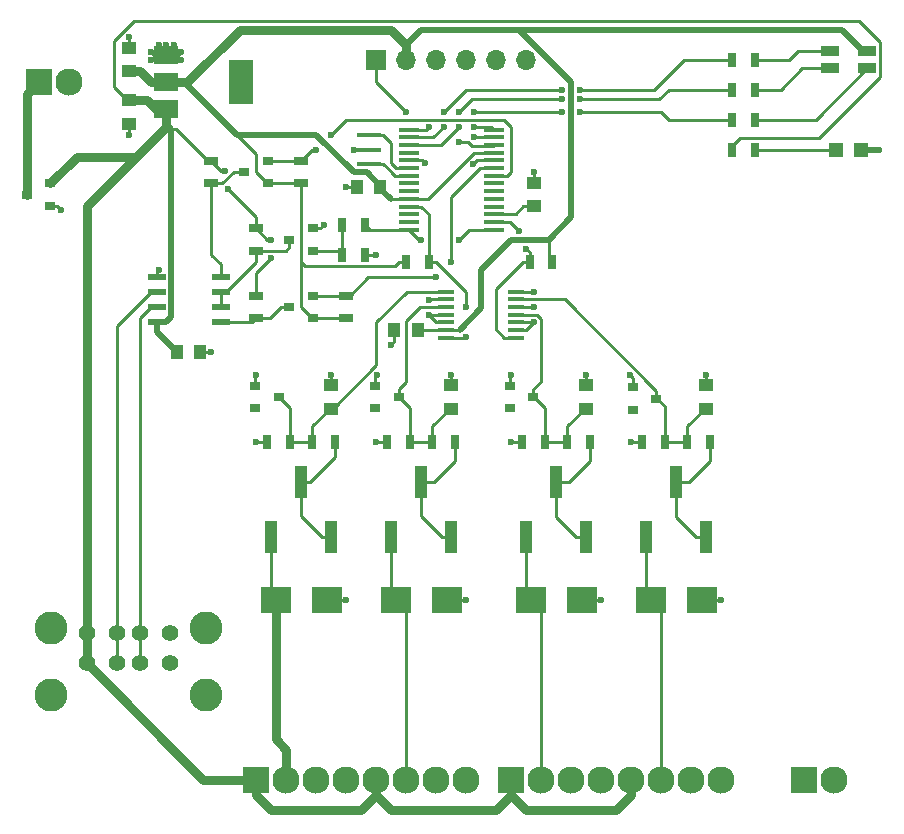
<source format=gtl>
G04 #@! TF.FileFunction,Copper,L1,Top,Signal*
%FSLAX46Y46*%
G04 Gerber Fmt 4.6, Leading zero omitted, Abs format (unit mm)*
G04 Created by KiCad (PCBNEW 4.0.7) date Fri Nov 24 00:26:01 2017*
%MOMM*%
%LPD*%
G01*
G04 APERTURE LIST*
%ADD10C,0.152400*%
%ADD11R,0.700000X1.300000*%
%ADD12R,1.000000X1.250000*%
%ADD13R,1.550000X0.600000*%
%ADD14R,1.198880X1.198880*%
%ADD15R,1.250000X1.000000*%
%ADD16R,1.500000X0.900000*%
%ADD17R,0.900000X0.800000*%
%ADD18R,2.500000X2.300000*%
%ADD19C,1.420000*%
%ADD20C,2.800000*%
%ADD21C,2.300000*%
%ADD22R,2.300000X2.300000*%
%ADD23R,1.700000X1.700000*%
%ADD24O,1.700000X1.700000*%
%ADD25R,1.016000X2.794000*%
%ADD26R,1.450000X0.450000*%
%ADD27R,2.000000X0.400000*%
%ADD28R,1.300000X0.700000*%
%ADD29R,2.000000X3.800000*%
%ADD30R,2.000000X1.500000*%
%ADD31R,1.750000X0.450000*%
%ADD32C,0.600000*%
%ADD33C,0.762000*%
%ADD34C,0.254000*%
%ADD35C,0.508000*%
G04 APERTURE END LIST*
D10*
D11*
X48575000Y50165000D03*
X46675000Y50165000D03*
D12*
X16780000Y42545000D03*
X18780000Y42545000D03*
D11*
X65720000Y64770000D03*
X63820000Y64770000D03*
X65720000Y62230000D03*
X63820000Y62230000D03*
X63820000Y59690000D03*
X65720000Y59690000D03*
X65720000Y67310000D03*
X63820000Y67310000D03*
D13*
X20480000Y45085000D03*
X20480000Y46355000D03*
X20480000Y47625000D03*
X20480000Y48895000D03*
X15080000Y48895000D03*
X15080000Y47625000D03*
X15080000Y46355000D03*
X15080000Y45085000D03*
D14*
X74709020Y59690000D03*
X72610980Y59690000D03*
D12*
X37195000Y44450000D03*
X35195000Y44450000D03*
D15*
X29845000Y37735000D03*
X29845000Y39735000D03*
X40005000Y37735000D03*
X40005000Y39735000D03*
X51435000Y37735000D03*
X51435000Y39735000D03*
X61595000Y37735000D03*
X61595000Y39735000D03*
D16*
X75210000Y66560000D03*
X75210000Y68060000D03*
X72110000Y68060000D03*
X72110000Y66560000D03*
D17*
X23400000Y39685000D03*
X23400000Y37785000D03*
X25400000Y38735000D03*
D18*
X25155000Y21590000D03*
X29455000Y21590000D03*
D17*
X33560000Y39685000D03*
X33560000Y37785000D03*
X35560000Y38735000D03*
D18*
X35315000Y21590000D03*
X39615000Y21590000D03*
D17*
X44974000Y39685000D03*
X44974000Y37785000D03*
X46974000Y38735000D03*
D18*
X46745000Y21590000D03*
X51045000Y21590000D03*
D17*
X55388000Y39558000D03*
X55388000Y37658000D03*
X57388000Y38608000D03*
D18*
X56905000Y21590000D03*
X61205000Y21590000D03*
D19*
X9200000Y18805005D03*
X11700000Y18805005D03*
X13700000Y18805005D03*
X16200000Y18805005D03*
X9200000Y16185005D03*
X11700000Y16185005D03*
X13700000Y16185005D03*
X16200000Y16185005D03*
D20*
X19270000Y13475005D03*
X19270000Y19155005D03*
X6130000Y19155005D03*
X6130000Y13475005D03*
D21*
X62865000Y6350000D03*
X60325000Y6350000D03*
X57785000Y6350000D03*
X55245000Y6350000D03*
X52705000Y6350000D03*
X50165000Y6350000D03*
X47625000Y6350000D03*
D22*
X45085000Y6350000D03*
X23495000Y6350000D03*
D21*
X26035000Y6350000D03*
X28575000Y6350000D03*
X31115000Y6350000D03*
X33655000Y6350000D03*
X36195000Y6350000D03*
X38735000Y6350000D03*
X41275000Y6350000D03*
D22*
X69850000Y6350000D03*
D21*
X72390000Y6350000D03*
D22*
X5080000Y65405000D03*
D21*
X7620000Y65405000D03*
D23*
X33655000Y67310000D03*
D24*
X36195000Y67310000D03*
X38735000Y67310000D03*
X41275000Y67310000D03*
X43815000Y67310000D03*
X46355000Y67310000D03*
D11*
X36195000Y50165000D03*
X38095000Y50165000D03*
X30160000Y34925000D03*
X28260000Y34925000D03*
X24450000Y34925000D03*
X26350000Y34925000D03*
X40320000Y34925000D03*
X38420000Y34925000D03*
X34610000Y34925000D03*
X36510000Y34925000D03*
X51750000Y34925000D03*
X49850000Y34925000D03*
X46040000Y34925000D03*
X47940000Y34925000D03*
X61910000Y34925000D03*
X60010000Y34925000D03*
X56200000Y34925000D03*
X58100000Y34925000D03*
D25*
X24765000Y26860500D03*
X27305000Y31559500D03*
X29845000Y26860500D03*
X34925000Y26860500D03*
X37465000Y31559500D03*
X40005000Y26860500D03*
X46355000Y26860500D03*
X48895000Y31559500D03*
X51435000Y26860500D03*
X56515000Y26860500D03*
X59055000Y31559500D03*
X61595000Y26860500D03*
D26*
X39595000Y47670000D03*
X39595000Y47020000D03*
X39595000Y46370000D03*
X39595000Y45720000D03*
X39595000Y45070000D03*
X39595000Y44420000D03*
X39595000Y43770000D03*
X45495000Y43770000D03*
X45495000Y44420000D03*
X45495000Y45070000D03*
X45495000Y45720000D03*
X45495000Y46370000D03*
X45495000Y47020000D03*
X45495000Y47670000D03*
D27*
X33020000Y59690000D03*
X33020000Y60890000D03*
X33020000Y58490000D03*
D12*
X34020000Y56515000D03*
X32020000Y56515000D03*
D15*
X46990000Y54880000D03*
X46990000Y56880000D03*
X12700000Y63865000D03*
X12700000Y61865000D03*
X12700000Y66310000D03*
X12700000Y68310000D03*
D17*
X24495000Y56835000D03*
X24495000Y58735000D03*
X22495000Y57785000D03*
X28305000Y45405000D03*
X28305000Y47305000D03*
X26305000Y46355000D03*
X28305000Y51120000D03*
X28305000Y53020000D03*
X26305000Y52070000D03*
D28*
X27305000Y56835000D03*
X27305000Y58735000D03*
X19685000Y58735000D03*
X19685000Y56835000D03*
X31115000Y45405000D03*
X31115000Y47305000D03*
X23495000Y47305000D03*
X23495000Y45405000D03*
D11*
X30800000Y53340000D03*
X32700000Y53340000D03*
X30800000Y50800000D03*
X32700000Y50800000D03*
D28*
X23495000Y53020000D03*
X23495000Y51120000D03*
D29*
X22200000Y65405000D03*
D30*
X15900000Y65405000D03*
X15900000Y63105000D03*
X15900000Y67705000D03*
D17*
X6080000Y54930000D03*
X6080000Y56830000D03*
X4080000Y55880000D03*
D31*
X36405000Y61375000D03*
X36405000Y60725000D03*
X36405000Y60075000D03*
X36405000Y59425000D03*
X36405000Y58775000D03*
X36405000Y58125000D03*
X36405000Y57475000D03*
X36405000Y56825000D03*
X36405000Y56175000D03*
X36405000Y55525000D03*
X36405000Y54875000D03*
X36405000Y54225000D03*
X36405000Y53575000D03*
X36405000Y52925000D03*
X43605000Y52925000D03*
X43605000Y53575000D03*
X43605000Y54225000D03*
X43605000Y54875000D03*
X43605000Y55525000D03*
X43605000Y56175000D03*
X43605000Y56825000D03*
X43605000Y57475000D03*
X43605000Y58125000D03*
X43605000Y58775000D03*
X43605000Y59425000D03*
X43605000Y60075000D03*
X43605000Y60725000D03*
X43605000Y61375000D03*
D32*
X20826881Y57913119D03*
X21082096Y56385886D03*
X24765000Y52070000D03*
X24765000Y50489800D03*
X15240000Y49530000D03*
X6985000Y54610000D03*
X12700000Y60960000D03*
X15240000Y68580000D03*
X14605000Y67310000D03*
X16510000Y68580000D03*
X17145000Y67310000D03*
X14605000Y67945000D03*
X15875000Y68580000D03*
X17145000Y67945000D03*
X12700000Y69215000D03*
X31750000Y59690000D03*
X23495000Y34925000D03*
X33655000Y34925000D03*
X45085000Y34925000D03*
X61595000Y40640000D03*
X55245000Y34925000D03*
X19685000Y42545000D03*
X23495000Y40640000D03*
X29845000Y40640000D03*
X33710619Y40584381D03*
X40005000Y40640000D03*
X55181881Y40576881D03*
X51435000Y40640000D03*
X45085000Y40640000D03*
X46990000Y45085000D03*
X46990000Y46355000D03*
X46990000Y47650200D03*
X38100000Y47000200D03*
X38100000Y45720000D03*
X34925000Y43180000D03*
X33655000Y50800000D03*
X29210000Y53340000D03*
X31115000Y56515000D03*
X37750638Y58528079D03*
X41894881Y58435119D03*
X46990000Y57785000D03*
X62865000Y21590000D03*
X52705000Y21590000D03*
X31115000Y21590000D03*
X41275000Y21590000D03*
X76200000Y59690000D03*
X40640000Y60325000D03*
X36195000Y62865000D03*
X41910000Y60791797D03*
X41910000Y61595000D03*
X45720000Y52827200D03*
X46355000Y51312800D03*
X41275000Y46355000D03*
X41275000Y43815000D03*
X50922200Y64770000D03*
X49407800Y64770000D03*
X39370000Y62865000D03*
X38100000Y61595000D03*
X50922200Y63966797D03*
X49407800Y63966797D03*
X40640000Y62865000D03*
X39370000Y61595000D03*
X50922200Y62865000D03*
X49407800Y62865000D03*
X41910000Y62865000D03*
X40640000Y61595000D03*
X37464800Y52070000D03*
X40640000Y52070000D03*
X28575000Y59690000D03*
X29845000Y60960000D03*
X40005000Y50165000D03*
X38735000Y48895000D03*
D33*
X9200000Y16185005D02*
X19035005Y6350000D01*
X19035005Y6350000D02*
X23495000Y6350000D01*
D34*
X20826881Y57913119D02*
X20506881Y57913119D01*
X20506881Y57913119D02*
X19685000Y58735000D01*
X23495000Y53020000D02*
X23495000Y53972982D01*
X23495000Y53972982D02*
X21082096Y56385886D01*
X24765000Y52070000D02*
X24445000Y52070000D01*
X24445000Y52070000D02*
X23495000Y53020000D01*
X23495000Y47305000D02*
X23495000Y49219800D01*
X23495000Y49219800D02*
X24765000Y50489800D01*
X12700000Y63865000D02*
X12575000Y63865000D01*
X74503152Y70561210D02*
X76290201Y68774161D01*
X12575000Y63865000D02*
X11430000Y65010000D01*
X11430000Y65010000D02*
X11430000Y68877698D01*
X76290201Y65845839D02*
X71114563Y60670201D01*
X63820000Y59990000D02*
X63820000Y59690000D01*
X11430000Y68877698D02*
X13113512Y70561210D01*
X13113512Y70561210D02*
X74503152Y70561210D01*
X76290201Y68774161D02*
X76290201Y65845839D01*
X71114563Y60670201D02*
X64500201Y60670201D01*
X64500201Y60670201D02*
X63820000Y59990000D01*
X16312201Y61434799D02*
X16685201Y61434799D01*
X16685201Y61434799D02*
X19385000Y58735000D01*
X19385000Y58735000D02*
X19685000Y58735000D01*
D35*
X15080000Y45085000D02*
X15080000Y44245000D01*
X15080000Y44245000D02*
X16780000Y42545000D01*
X16312201Y45522201D02*
X15875000Y45085000D01*
X15875000Y45085000D02*
X15080000Y45085000D01*
X15900000Y63105000D02*
X15900000Y61847000D01*
X15900000Y61847000D02*
X16312201Y61434799D01*
X16312201Y61434799D02*
X16312201Y45522201D01*
D33*
X12700000Y63865000D02*
X14240000Y63865000D01*
X14240000Y63865000D02*
X15000000Y63105000D01*
X15000000Y63105000D02*
X15900000Y63105000D01*
X9200000Y18805005D02*
X9200000Y54920000D01*
X9200000Y54920000D02*
X13335000Y59055000D01*
X6080000Y56830000D02*
X8305000Y59055000D01*
X8305000Y59055000D02*
X13335000Y59055000D01*
X15900000Y61620000D02*
X15900000Y63105000D01*
X13335000Y59055000D02*
X15900000Y61620000D01*
X45085000Y5080000D02*
X46355000Y3810000D01*
X55245000Y5080000D02*
X55245000Y6350000D01*
X53975000Y3810000D02*
X55245000Y5080000D01*
X46355000Y3810000D02*
X53975000Y3810000D01*
X33655000Y5080000D02*
X34925000Y3810000D01*
X45085000Y5080000D02*
X45085000Y6350000D01*
X43815000Y3810000D02*
X45085000Y5080000D01*
X34925000Y3810000D02*
X43815000Y3810000D01*
X23495000Y6350000D02*
X23495000Y5080000D01*
X33655000Y5080000D02*
X33655000Y6350000D01*
X32385000Y3810000D02*
X33655000Y5080000D01*
X24765000Y3810000D02*
X32385000Y3810000D01*
X23495000Y5080000D02*
X24765000Y3810000D01*
D34*
X63820000Y59690000D02*
X63820000Y60010000D01*
D33*
X9200000Y18805005D02*
X9200000Y16185005D01*
D34*
X15080000Y48895000D02*
X15080000Y49370000D01*
X15080000Y49370000D02*
X15240000Y49530000D01*
X6080000Y54930000D02*
X6665000Y54930000D01*
X6665000Y54930000D02*
X6985000Y54610000D01*
X12700000Y61865000D02*
X12700000Y60960000D01*
X15900000Y67705000D02*
X15900000Y67920000D01*
X15900000Y67920000D02*
X15240000Y68580000D01*
X15900000Y67705000D02*
X15000000Y67705000D01*
X15000000Y67705000D02*
X14605000Y67310000D01*
X15900000Y67970000D02*
X16510000Y68580000D01*
X15900000Y67705000D02*
X15900000Y67970000D01*
X15900000Y67705000D02*
X16750000Y67705000D01*
X16750000Y67705000D02*
X17145000Y67310000D01*
X15900000Y67705000D02*
X14845000Y67705000D01*
X14845000Y67705000D02*
X14605000Y67945000D01*
X15900000Y67705000D02*
X15900000Y68555000D01*
X15900000Y68555000D02*
X15875000Y68580000D01*
X15900000Y67705000D02*
X16905000Y67705000D01*
X16905000Y67705000D02*
X17145000Y67945000D01*
X12700000Y68310000D02*
X12700000Y69215000D01*
X33020000Y59690000D02*
X31750000Y59690000D01*
X24450000Y34925000D02*
X23495000Y34925000D01*
X34610000Y34925000D02*
X33655000Y34925000D01*
X46040000Y34925000D02*
X45085000Y34925000D01*
X61595000Y39735000D02*
X61595000Y40640000D01*
X56200000Y34925000D02*
X55245000Y34925000D01*
X18780000Y42545000D02*
X19685000Y42545000D01*
X23400000Y39685000D02*
X23400000Y40545000D01*
X23400000Y40545000D02*
X23495000Y40640000D01*
X29845000Y39735000D02*
X29845000Y40640000D01*
X33560000Y39685000D02*
X33560000Y40433762D01*
X33560000Y40433762D02*
X33710619Y40584381D01*
X40005000Y39735000D02*
X40005000Y40640000D01*
X55388000Y39558000D02*
X55388000Y40370762D01*
X55388000Y40370762D02*
X55181881Y40576881D01*
X51435000Y39735000D02*
X51435000Y40640000D01*
X44974000Y39685000D02*
X44974000Y40529000D01*
X44974000Y40529000D02*
X45085000Y40640000D01*
X45495000Y44420000D02*
X46325000Y44420000D01*
X46325000Y44420000D02*
X46990000Y45085000D01*
X45495000Y45070000D02*
X46975000Y45070000D01*
X46975000Y45070000D02*
X46990000Y45085000D01*
X45495000Y46370000D02*
X46975000Y46370000D01*
X46975000Y46370000D02*
X46990000Y46355000D01*
X45495000Y47670000D02*
X46970200Y47670000D01*
X46970200Y47670000D02*
X46990000Y47650200D01*
X39595000Y47020000D02*
X38119800Y47020000D01*
X38119800Y47020000D02*
X38100000Y47000200D01*
X39595000Y45070000D02*
X38750000Y45070000D01*
X38750000Y45070000D02*
X38100000Y45720000D01*
X39595000Y45720000D02*
X38100000Y45720000D01*
X35195000Y44450000D02*
X35195000Y43450000D01*
X35195000Y43450000D02*
X34925000Y43180000D01*
X32700000Y50800000D02*
X33655000Y50800000D01*
X28305000Y53020000D02*
X28890000Y53020000D01*
X28890000Y53020000D02*
X29210000Y53340000D01*
X32020000Y56515000D02*
X31115000Y56515000D01*
X36405000Y58775000D02*
X37503717Y58775000D01*
X37503717Y58775000D02*
X37750638Y58528079D01*
X43605000Y58775000D02*
X42234762Y58775000D01*
X42234762Y58775000D02*
X41894881Y58435119D01*
X46990000Y56880000D02*
X46990000Y57785000D01*
X61205000Y21590000D02*
X62865000Y21590000D01*
X51045000Y21590000D02*
X52705000Y21590000D01*
X29455000Y21590000D02*
X31115000Y21590000D01*
X39615000Y21590000D02*
X41275000Y21590000D01*
D35*
X74709020Y59690000D02*
X76200000Y59690000D01*
D34*
X70880000Y62230000D02*
X75210000Y66560000D01*
X65720000Y62230000D02*
X70880000Y62230000D01*
X68580000Y67310000D02*
X69330000Y68060000D01*
X69330000Y68060000D02*
X72110000Y68060000D01*
X65720000Y67310000D02*
X68580000Y67310000D01*
X67945000Y64770000D02*
X69735000Y66560000D01*
X69735000Y66560000D02*
X72110000Y66560000D01*
X65720000Y64770000D02*
X67945000Y64770000D01*
X65720000Y59690000D02*
X72610980Y59690000D01*
X47625000Y6350000D02*
X47625000Y20710000D01*
X47625000Y20710000D02*
X46745000Y21590000D01*
X46355000Y26860500D02*
X46355000Y21980000D01*
X46355000Y21980000D02*
X46745000Y21590000D01*
X57785000Y6350000D02*
X57785000Y20710000D01*
X57785000Y20710000D02*
X56905000Y21590000D01*
X56515000Y26860500D02*
X56515000Y21980000D01*
X56515000Y21980000D02*
X56905000Y21590000D01*
X40640000Y60325000D02*
X41444099Y60325000D01*
X41444099Y60325000D02*
X41788898Y59980201D01*
X41788898Y59980201D02*
X43510201Y59980201D01*
X43510201Y59980201D02*
X43605000Y60075000D01*
X33655000Y67310000D02*
X33655000Y65405000D01*
X33655000Y65405000D02*
X36195000Y62865000D01*
X20480000Y45085000D02*
X23175000Y45085000D01*
X23175000Y45085000D02*
X23495000Y45405000D01*
X26305000Y46355000D02*
X25601000Y46355000D01*
X25601000Y46355000D02*
X24651000Y45405000D01*
X24651000Y45405000D02*
X23495000Y45405000D01*
X20640000Y56835000D02*
X21590000Y57785000D01*
X21590000Y57785000D02*
X22495000Y57785000D01*
X19685000Y56835000D02*
X20640000Y56835000D01*
X19685000Y50800000D02*
X20480000Y50005000D01*
X20480000Y50005000D02*
X20480000Y48895000D01*
X19685000Y56835000D02*
X19685000Y50800000D01*
X41910000Y60791797D02*
X43538203Y60791797D01*
X43538203Y60791797D02*
X43605000Y60725000D01*
X43605000Y61375000D02*
X43385000Y61595000D01*
X43385000Y61595000D02*
X41910000Y61595000D01*
X24765000Y21980000D02*
X24765000Y26860500D01*
X25155000Y21590000D02*
X24765000Y21980000D01*
D33*
X26035000Y8890000D02*
X25155000Y9770000D01*
X25155000Y9770000D02*
X25155000Y21590000D01*
X26035000Y6350000D02*
X26035000Y8890000D01*
D34*
X36195000Y6350000D02*
X36195000Y20710000D01*
X36195000Y20710000D02*
X35315000Y21590000D01*
X34925000Y26860500D02*
X34925000Y21980000D01*
X34925000Y21980000D02*
X35315000Y21590000D01*
X34925000Y57839000D02*
X34925000Y57826000D01*
X34925000Y57826000D02*
X35276000Y57475000D01*
X35276000Y57475000D02*
X36405000Y57475000D01*
X33020000Y58490000D02*
X34274000Y58490000D01*
X34274000Y58490000D02*
X34925000Y57839000D01*
X34925000Y60239000D02*
X34925000Y58560638D01*
X35360638Y58125000D02*
X36405000Y58125000D01*
X34925000Y58560638D02*
X35360638Y58125000D01*
X33020000Y60890000D02*
X34274000Y60890000D01*
X34274000Y60890000D02*
X34925000Y60239000D01*
X33655000Y45085000D02*
X36240000Y47670000D01*
X36240000Y47670000D02*
X39595000Y47670000D01*
X33655000Y41420000D02*
X33655000Y45085000D01*
X29970000Y37735000D02*
X33655000Y41420000D01*
X29845000Y37735000D02*
X29970000Y37735000D01*
X28260000Y34925000D02*
X28260000Y36275000D01*
X28260000Y36275000D02*
X29720000Y37735000D01*
X29720000Y37735000D02*
X29845000Y37735000D01*
X25400000Y38735000D02*
X25450000Y38735000D01*
X25450000Y38735000D02*
X26350000Y37835000D01*
X26350000Y37835000D02*
X26350000Y35829000D01*
X26350000Y35829000D02*
X26350000Y34925000D01*
X28260000Y34925000D02*
X28260000Y35225000D01*
X26350000Y34925000D02*
X28260000Y34925000D01*
X36195000Y40024000D02*
X36195000Y45169362D01*
X36195000Y45169362D02*
X37395638Y46370000D01*
X37395638Y46370000D02*
X38616000Y46370000D01*
X38616000Y46370000D02*
X39595000Y46370000D01*
X35560000Y38735000D02*
X35560000Y39389000D01*
X35560000Y39389000D02*
X36195000Y40024000D01*
X38420000Y34925000D02*
X36510000Y34925000D01*
X38420000Y34925000D02*
X38420000Y36275000D01*
X38420000Y36275000D02*
X39880000Y37735000D01*
X39880000Y37735000D02*
X40005000Y37735000D01*
X36510000Y34925000D02*
X36510000Y37835000D01*
X36510000Y37835000D02*
X35610000Y38735000D01*
X35610000Y38735000D02*
X35560000Y38735000D01*
X47625000Y40040000D02*
X47625000Y45382698D01*
X47625000Y45382698D02*
X47287698Y45720000D01*
X47287698Y45720000D02*
X46474000Y45720000D01*
X46474000Y45720000D02*
X45495000Y45720000D01*
X46974000Y38735000D02*
X46974000Y39389000D01*
X46974000Y39389000D02*
X47625000Y40040000D01*
X49850000Y34925000D02*
X49850000Y36275000D01*
X49850000Y36275000D02*
X51310000Y37735000D01*
X51310000Y37735000D02*
X51435000Y37735000D01*
X47940000Y34925000D02*
X47940000Y37819000D01*
X47940000Y37819000D02*
X47024000Y38735000D01*
X47024000Y38735000D02*
X46974000Y38735000D01*
X49850000Y34925000D02*
X47940000Y34925000D01*
X57388000Y38608000D02*
X57388000Y39262000D01*
X57388000Y39262000D02*
X49630000Y47020000D01*
X49630000Y47020000D02*
X46474000Y47020000D01*
X46474000Y47020000D02*
X45495000Y47020000D01*
X60010000Y34925000D02*
X60010000Y36275000D01*
X60010000Y36275000D02*
X61470000Y37735000D01*
X61470000Y37735000D02*
X61595000Y37735000D01*
X58100000Y34925000D02*
X58100000Y37946000D01*
X58100000Y37946000D02*
X57438000Y38608000D01*
X57438000Y38608000D02*
X57388000Y38608000D01*
X60010000Y34925000D02*
X58100000Y34925000D01*
X45720000Y52827200D02*
X44972200Y53575000D01*
X44972200Y53575000D02*
X44734000Y53575000D01*
X46675000Y50165000D02*
X46675000Y50992800D01*
X46675000Y50992800D02*
X46355000Y51312800D01*
X45495000Y43770000D02*
X44516000Y43770000D01*
X44516000Y43770000D02*
X43815000Y44471000D01*
X43815000Y44471000D02*
X43815000Y47909000D01*
X46071000Y50165000D02*
X46675000Y50165000D01*
X43815000Y47909000D02*
X46071000Y50165000D01*
X43605000Y53575000D02*
X44734000Y53575000D01*
X41275000Y47625000D02*
X38735000Y50165000D01*
X38735000Y50165000D02*
X38095000Y50165000D01*
X41275000Y46355000D02*
X41275000Y47625000D01*
X39595000Y43770000D02*
X41230000Y43770000D01*
X41230000Y43770000D02*
X41275000Y43815000D01*
X36405000Y54875000D02*
X37465000Y54875000D01*
X38095000Y50165000D02*
X38095000Y54245000D01*
X38095000Y54245000D02*
X37465000Y54875000D01*
D33*
X5080000Y65405000D02*
X4080000Y64405000D01*
X4080000Y64405000D02*
X4080000Y55880000D01*
D34*
X29845000Y26860500D02*
X29083000Y26860500D01*
X29083000Y26860500D02*
X27305000Y28638500D01*
X27305000Y28638500D02*
X27305000Y29908500D01*
X27305000Y29908500D02*
X27305000Y31559500D01*
X27305000Y31559500D02*
X28067000Y31559500D01*
X28067000Y31559500D02*
X30160000Y33652500D01*
X30160000Y33652500D02*
X30160000Y34021000D01*
X30160000Y34021000D02*
X30160000Y34925000D01*
X50609500Y26860500D02*
X48895000Y28575000D01*
X48895000Y28575000D02*
X48895000Y31559500D01*
X51435000Y26860500D02*
X50609500Y26860500D01*
X49974500Y31559500D02*
X51750000Y33335000D01*
X51750000Y33335000D02*
X51750000Y34925000D01*
X48895000Y31559500D02*
X49974500Y31559500D01*
X60134500Y31559500D02*
X61910000Y33335000D01*
X61910000Y33335000D02*
X61910000Y34925000D01*
X59055000Y31559500D02*
X60134500Y31559500D01*
X60769500Y26860500D02*
X59055000Y28575000D01*
X59055000Y28575000D02*
X59055000Y31559500D01*
X61595000Y26860500D02*
X60769500Y26860500D01*
X43605000Y59425000D02*
X41952064Y59425000D01*
X41952064Y59425000D02*
X38052064Y55525000D01*
X38052064Y55525000D02*
X37534000Y55525000D01*
X37534000Y55525000D02*
X36405000Y55525000D01*
X27305000Y56835000D02*
X27305000Y50165000D01*
X27305000Y50165000D02*
X27305000Y46355000D01*
X36195000Y50165000D02*
X35591000Y50165000D01*
X35245799Y49819799D02*
X27650201Y49819799D01*
X35591000Y50165000D02*
X35245799Y49819799D01*
X27650201Y49819799D02*
X27305000Y50165000D01*
X23495000Y57785000D02*
X23495000Y59318000D01*
X23495000Y59318000D02*
X21853000Y60960000D01*
X24495000Y56835000D02*
X24445000Y56835000D01*
X24445000Y56835000D02*
X23495000Y57785000D01*
X28305000Y45405000D02*
X31115000Y45405000D01*
X27305000Y46355000D02*
X28255000Y45405000D01*
X28255000Y45405000D02*
X28305000Y45405000D01*
X24495000Y56835000D02*
X27305000Y56835000D01*
X48575000Y50165000D02*
X48575000Y50465000D01*
X48575000Y50465000D02*
X48260000Y50780000D01*
X48260000Y50780000D02*
X48260000Y52070000D01*
D35*
X34020000Y56515000D02*
X34020000Y56390000D01*
X34020000Y56390000D02*
X34885000Y55525000D01*
X15900000Y65405000D02*
X17408000Y65405000D01*
X17408000Y65405000D02*
X21853000Y60960000D01*
X21853000Y60960000D02*
X28575000Y60960000D01*
X28575000Y60960000D02*
X31750000Y57785000D01*
X31750000Y57785000D02*
X32875000Y57785000D01*
X32875000Y57785000D02*
X34020000Y56640000D01*
X34020000Y56640000D02*
X34020000Y56515000D01*
X45749658Y69850000D02*
X73120000Y69850000D01*
X73120000Y69850000D02*
X74910000Y68060000D01*
X74910000Y68060000D02*
X75210000Y68060000D01*
D34*
X36405000Y55525000D02*
X34885000Y55525000D01*
X40717962Y44420000D02*
X39595000Y44420000D01*
D35*
X40717962Y44420000D02*
X42545000Y46247038D01*
X45749658Y69850000D02*
X37465000Y69850000D01*
X42545000Y46247038D02*
X42545000Y49530000D01*
X45085000Y52070000D02*
X48260000Y52070000D01*
X42545000Y49530000D02*
X45085000Y52070000D01*
X48260000Y52070000D02*
X50165000Y53975000D01*
X50165000Y53975000D02*
X50165000Y65434658D01*
X50165000Y65434658D02*
X45749658Y69850000D01*
X37465000Y69850000D02*
X36195000Y68580000D01*
D33*
X36195000Y67310000D02*
X36195000Y68580000D01*
X36195000Y68580000D02*
X34925000Y69850000D01*
X34925000Y69850000D02*
X22107000Y69850000D01*
X22107000Y69850000D02*
X17662000Y65405000D01*
X17662000Y65405000D02*
X15900000Y65405000D01*
D34*
X39595000Y44420000D02*
X37225000Y44420000D01*
X37225000Y44420000D02*
X37195000Y44450000D01*
D33*
X15900000Y65405000D02*
X14605000Y65405000D01*
X13700000Y66310000D02*
X12700000Y66310000D01*
X14605000Y65405000D02*
X13700000Y66310000D01*
D34*
X46990000Y54880000D02*
X46111000Y54880000D01*
X46111000Y54880000D02*
X45456000Y54225000D01*
X45456000Y54225000D02*
X44734000Y54225000D01*
X44734000Y54225000D02*
X43605000Y54225000D01*
X57150000Y64770000D02*
X59690000Y67310000D01*
X59690000Y67310000D02*
X63820000Y67310000D01*
X50922200Y64770000D02*
X57150000Y64770000D01*
X39370000Y62865000D02*
X41275000Y64770000D01*
X41275000Y64770000D02*
X49407800Y64770000D01*
X36405000Y61375000D02*
X37880000Y61375000D01*
X37880000Y61375000D02*
X38100000Y61595000D01*
X57616797Y63966797D02*
X58420000Y64770000D01*
X58420000Y64770000D02*
X63820000Y64770000D01*
X50922200Y63966797D02*
X57616797Y63966797D01*
X40640000Y62865000D02*
X41741797Y63966797D01*
X41741797Y63966797D02*
X49407800Y63966797D01*
X38500000Y60725000D02*
X39370000Y61595000D01*
X36405000Y60725000D02*
X38500000Y60725000D01*
X57785000Y62865000D02*
X58420000Y62230000D01*
X58420000Y62230000D02*
X63820000Y62230000D01*
X50922200Y62865000D02*
X57785000Y62865000D01*
X41910000Y62865000D02*
X49407800Y62865000D01*
X36405000Y60075000D02*
X39120000Y60075000D01*
X39120000Y60075000D02*
X40640000Y61595000D01*
X37464800Y52070000D02*
X37260000Y52070000D01*
X37260000Y52070000D02*
X36405000Y52925000D01*
X41495000Y52925000D02*
X40640000Y52070000D01*
X43605000Y52925000D02*
X41495000Y52925000D01*
X35780000Y52925000D02*
X36405000Y52925000D01*
X36405000Y52925000D02*
X33115000Y52925000D01*
X33115000Y52925000D02*
X32700000Y53340000D01*
X27305000Y58735000D02*
X24495000Y58735000D01*
X28575000Y59690000D02*
X28260000Y59690000D01*
X28260000Y59690000D02*
X27305000Y58735000D01*
X31115000Y62230000D02*
X29845000Y60960000D01*
X44450000Y62230000D02*
X31115000Y62230000D01*
X45085000Y61595000D02*
X44450000Y62230000D01*
X45085000Y57785000D02*
X45085000Y61595000D01*
X44775000Y57475000D02*
X45085000Y57785000D01*
X43605000Y57475000D02*
X44775000Y57475000D01*
X40005000Y50165000D02*
X40005000Y55654000D01*
X40005000Y55654000D02*
X42476000Y58125000D01*
X42476000Y58125000D02*
X43605000Y58125000D01*
X33005000Y48895000D02*
X38735000Y48895000D01*
X31115000Y47305000D02*
X31415000Y47305000D01*
X31415000Y47305000D02*
X33005000Y48895000D01*
X28305000Y47305000D02*
X31115000Y47305000D01*
X15080000Y47625000D02*
X14605000Y47625000D01*
X14605000Y47625000D02*
X11700000Y44720000D01*
X11700000Y44720000D02*
X11700000Y19809096D01*
X11700000Y19809096D02*
X11700000Y18805005D01*
X11700000Y16185005D02*
X11700000Y18805005D01*
X13700000Y18805005D02*
X13700000Y45450000D01*
X13700000Y45450000D02*
X14605000Y46355000D01*
X14605000Y46355000D02*
X15080000Y46355000D01*
X13700000Y16185005D02*
X13700000Y18805005D01*
X28305000Y51120000D02*
X30480000Y51120000D01*
X30480000Y51120000D02*
X30800000Y50800000D01*
X30800000Y53340000D02*
X30800000Y50800000D01*
X23495000Y51120000D02*
X26009000Y51120000D01*
X26009000Y51120000D02*
X26305000Y51416000D01*
X26305000Y51416000D02*
X26305000Y52070000D01*
X20955000Y47625000D02*
X23495000Y50165000D01*
X23495000Y50165000D02*
X23495000Y51120000D01*
X20480000Y47625000D02*
X20955000Y47625000D01*
X20480000Y47625000D02*
X20480000Y46355000D01*
X40005000Y26860500D02*
X39243000Y26860500D01*
X39243000Y26860500D02*
X37465000Y28638500D01*
X37465000Y28638500D02*
X37465000Y31559500D01*
X38544500Y31559500D02*
X40320000Y33335000D01*
X40320000Y33335000D02*
X40320000Y34925000D01*
X37465000Y31559500D02*
X38544500Y31559500D01*
M02*

</source>
